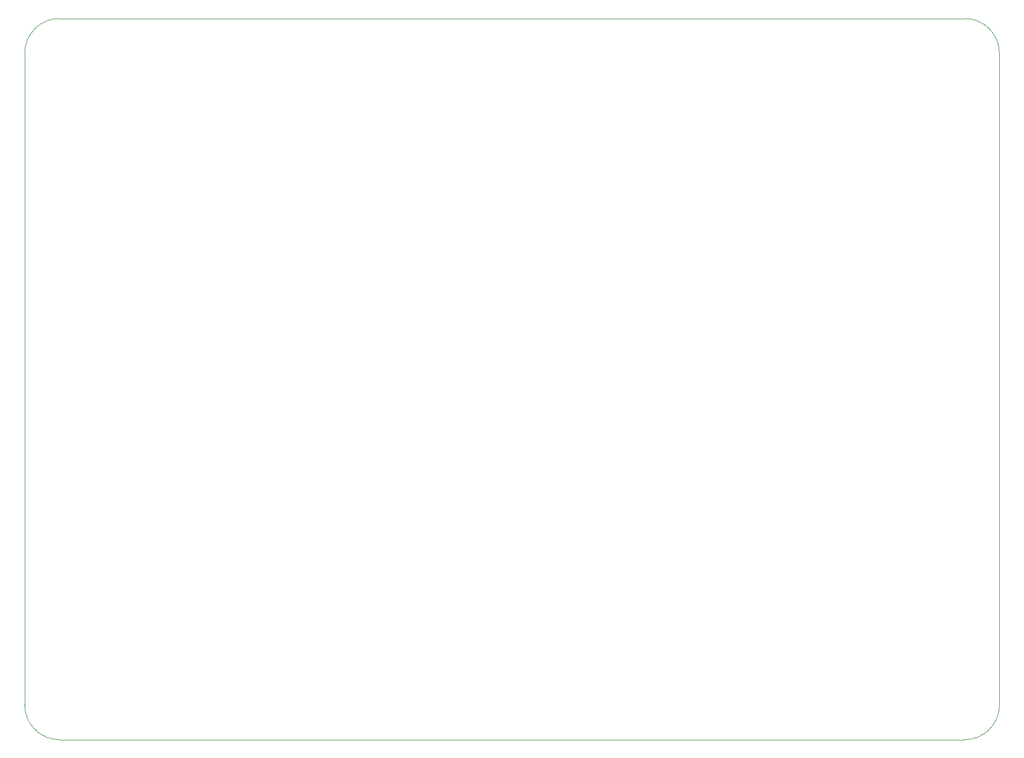
<source format=gbr>
%TF.GenerationSoftware,KiCad,Pcbnew,(6.0.7)*%
%TF.CreationDate,2022-11-12T20:07:08-06:00*%
%TF.ProjectId,Project 2,50726f6a-6563-4742-9032-2e6b69636164,rev?*%
%TF.SameCoordinates,Original*%
%TF.FileFunction,Profile,NP*%
%FSLAX46Y46*%
G04 Gerber Fmt 4.6, Leading zero omitted, Abs format (unit mm)*
G04 Created by KiCad (PCBNEW (6.0.7)) date 2022-11-12 20:07:08*
%MOMM*%
%LPD*%
G01*
G04 APERTURE LIST*
%TA.AperFunction,Profile*%
%ADD10C,0.100000*%
%TD*%
G04 APERTURE END LIST*
D10*
X217932000Y-35052000D02*
X217932000Y-135382000D01*
X68033700Y-135382000D02*
G75*
G03*
X73367708Y-140716000I5334000J0D01*
G01*
X212598000Y-140716000D02*
X77216000Y-140716000D01*
X68033708Y-135382000D02*
X68033708Y-35052000D01*
X73367708Y-29718008D02*
G75*
G03*
X68033708Y-35052000I-8J-5333992D01*
G01*
X77216000Y-140716000D02*
X73367708Y-140716000D01*
X212598000Y-140716000D02*
G75*
G03*
X217932000Y-135382000I0J5334000D01*
G01*
X212598000Y-29718000D02*
X77216000Y-29718000D01*
X77216000Y-29718000D02*
X73367708Y-29718000D01*
X217932000Y-35052000D02*
G75*
G03*
X212598000Y-29718000I-5334000J0D01*
G01*
M02*

</source>
